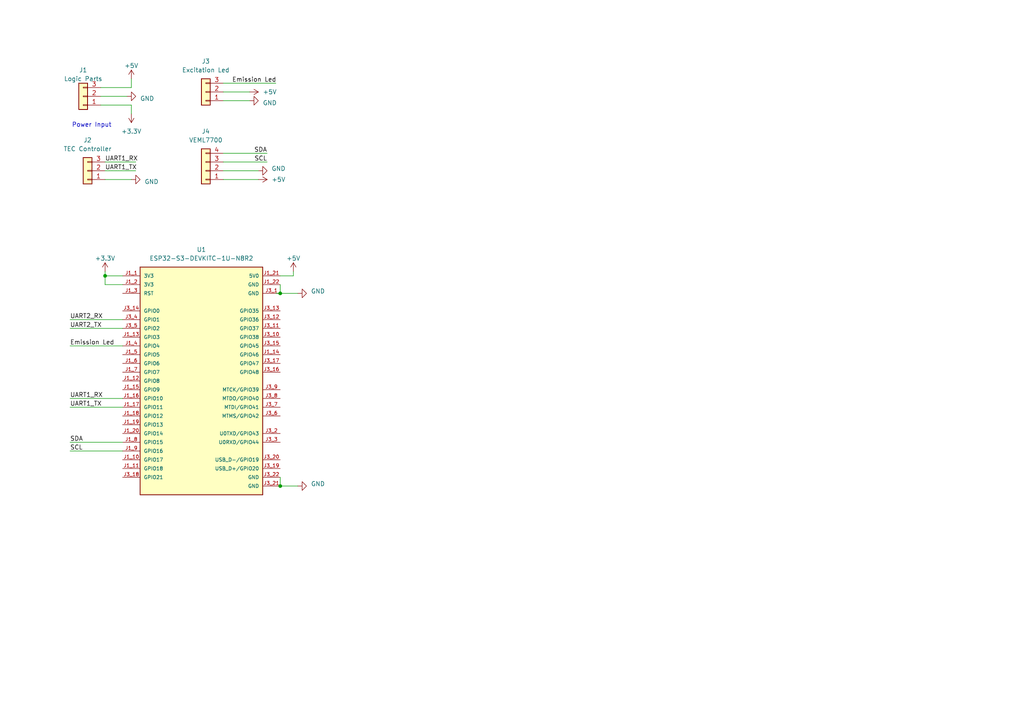
<source format=kicad_sch>
(kicad_sch (version 20231120) (generator "eeschema") (generator_version "8.0")
  (paper "A4")
  (lib_symbols
    (symbol "Connector_Generic:Conn_01x03" (pin_names (offset 1.016) hide)
      (property "Reference" "J" (at 0 5.08 0))
      (property "Value" "Conn_01x03" (at 0 -5.08 0))
      (symbol "Conn_01x03_1_1"
        (rectangle (start -1.27 -2.413) (end 0 -2.667) (stroke (width 0.1524)))
        (rectangle (start -1.27 0.127) (end 0 -0.127) (stroke (width 0.1524)))
        (rectangle (start -1.27 2.667) (end 0 2.413) (stroke (width 0.1524)))
        (rectangle (start -1.27 3.81) (end 1.27 -3.81) (stroke (width 0.254)) (fill (type background)))
        (pin passive line (at -5.08 2.54 0) (length 3.81) (name "Pin_1") (number "1"))
        (pin passive line (at -5.08 0 0) (length 3.81) (name "Pin_2") (number "2"))
        (pin passive line (at -5.08 -2.54 0) (length 3.81) (name "Pin_3") (number "3"))
      )
    )
    (symbol "Connector_Generic:Conn_01x04" (pin_names (offset 1.016) hide)
      (property "Reference" "J" (at 0 5.08 0))
      (property "Value" "Conn_01x04" (at 0 -7.62 0))
      (symbol "Conn_01x04_1_1"
        (rectangle (start -1.27 -4.953) (end 0 -5.207) (stroke (width 0.1524)))
        (rectangle (start -1.27 -2.413) (end 0 -2.667) (stroke (width 0.1524)))
        (rectangle (start -1.27 0.127) (end 0 -0.127) (stroke (width 0.1524)))
        (rectangle (start -1.27 2.667) (end 0 2.413) (stroke (width 0.1524)))
        (rectangle (start -1.27 3.81) (end 1.27 -6.35) (stroke (width 0.254)) (fill (type background)))
        (pin passive line (at -5.08 2.54 0) (length 3.81) (name "Pin_1") (number "1"))
        (pin passive line (at -5.08 0 0) (length 3.81) (name "Pin_2") (number "2"))
        (pin passive line (at -5.08 -2.54 0) (length 3.81) (name "Pin_3") (number "3"))
        (pin passive line (at -5.08 -5.08 0) (length 3.81) (name "Pin_4") (number "4"))
      )
    )
    (symbol "ESP32-S3-DEVKITC-1U-N8R2:ESP32-S3-DEVKITC-1U-N8R2" (pin_names (offset 1.016))
      (property "Reference" "U1" (at 0 38.1 0))
      (property "Value" "ESP32-S3-DEVKITC-1U-N8R2" (at 0 35.56 0))
      (symbol "ESP32-S3-DEVKITC-1U-N8R2_0_0"
        (rectangle (start -17.78 33.02) (end 17.78 -33.02) (stroke (width 0.254)) (fill (type background)))
        (pin power_in line (at -22.86 30.48 0) (length 5.08) (name "3V3") (number "J1_1"))
        (pin bidirectional line (at -22.86 -22.86 0) (length 5.08) (name "GPIO17") (number "J1_10"))
        (pin bidirectional line (at -22.86 -25.4 0) (length 5.08) (name "GPIO18") (number "J1_11"))
        (pin bidirectional line (at -22.86 0 0) (length 5.08) (name "GPIO8") (number "J1_12"))
        (pin bidirectional line (at -22.86 12.7 0) (length 5.08) (name "GPIO3") (number "J1_13"))
        (pin bidirectional line (at 22.86 7.62 180) (length 5.08) (name "GPIO46") (number "J1_14"))
        (pin bidirectional line (at -22.86 -2.54 0) (length 5.08) (name "GPIO9") (number "J1_15"))
        (pin bidirectional line (at -22.86 -5.08 0) (length 5.08) (name "GPIO10") (number "J1_16"))
        (pin bidirectional line (at -22.86 -7.62 0) (length 5.08) (name "GPIO11") (number "J1_17"))
        (pin bidirectional line (at -22.86 -10.16 0) (length 5.08) (name "GPIO12") (number "J1_18"))
        (pin bidirectional line (at -22.86 -12.7 0) (length 5.08) (name "GPIO13") (number "J1_19"))
        (pin power_in line (at -22.86 27.94 0) (length 5.08) (name "3V3") (number "J1_2"))
        (pin bidirectional line (at -22.86 -15.24 0) (length 5.08) (name "GPIO14") (number "J1_20"))
        (pin power_in line (at 22.86 30.48 180) (length 5.08) (name "5V0") (number "J1_21"))
        (pin power_in line (at 22.86 27.94 180) (length 5.08) (name "GND") (number "J1_22"))
        (pin input line (at -22.86 25.4 0) (length 5.08) (name "RST") (number "J1_3"))
        (pin bidirectional line (at -22.86 10.16 0) (length 5.08) (name "GPIO4") (number "J1_4"))
        (pin bidirectional line (at -22.86 7.62 0) (length 5.08) (name "GPIO5") (number "J1_5"))
        (pin bidirectional line (at -22.86 5.08 0) (length 5.08) (name "GPIO6") (number "J1_6"))
        (pin bidirectional line (at -22.86 2.54 0) (length 5.08) (name "GPIO7") (number "J1_7"))
        (pin bidirectional line (at -22.86 -17.78 0) (length 5.08) (name "GPIO15") (number "J1_8"))
        (pin bidirectional line (at -22.86 -20.32 0) (length 5.08) (name "GPIO16") (number "J1_9"))
        (pin power_in line (at 22.86 25.4 180) (length 5.08) (name "GND") (number "J3_1"))
        (pin bidirectional line (at 22.86 12.7 180) (length 5.08) (name "GPIO38") (number "J3_10"))
        (pin bidirectional line (at 22.86 15.24 180) (length 5.08) (name "GPIO37") (number "J3_11"))
        (pin bidirectional line (at 22.86 17.78 180) (length 5.08) (name "GPIO36") (number "J3_12"))
        (pin bidirectional line (at 22.86 20.32 180) (length 5.08) (name "GPIO35") (number "J3_13"))
        (pin bidirectional line (at -22.86 20.32 0) (length 5.08) (name "GPIO0") (number "J3_14"))
        (pin bidirectional line (at 22.86 10.16 180) (length 5.08) (name "GPIO45") (number "J3_15"))
        (pin bidirectional line (at 22.86 2.54 180) (length 5.08) (name "GPIO48") (number "J3_16"))
        (pin bidirectional line (at 22.86 5.08 180) (length 5.08) (name "GPIO47") (number "J3_17"))
        (pin bidirectional line (at -22.86 -27.94 0) (length 5.08) (name "GPIO21") (number "J3_18"))
        (pin bidirectional line (at 22.86 -25.4 180) (length 5.08) (name "USB_D+/GPIO20") (number "J3_19"))
        (pin bidirectional line (at 22.86 -15.24 180) (length 5.08) (name "U0TXD/GPIO43") (number "J3_2"))
        (pin bidirectional line (at 22.86 -22.86 180) (length 5.08) (name "USB_D-/GPIO19") (number "J3_20"))
        (pin power_in line (at 22.86 -30.48 180) (length 5.08) (name "GND") (number "J3_21"))
        (pin power_in line (at 22.86 -27.94 180) (length 5.08) (name "GND") (number "J3_22"))
        (pin bidirectional line (at 22.86 -17.78 180) (length 5.08) (name "U0RXD/GPIO44") (number "J3_3"))
        (pin bidirectional line (at -22.86 17.78 0) (length 5.08) (name "GPIO1") (number "J3_4"))
        (pin bidirectional line (at -22.86 15.24 0) (length 5.08) (name "GPIO2") (number "J3_5"))
        (pin bidirectional line (at 22.86 -10.16 180) (length 5.08) (name "MTMS/GPIO42") (number "J3_6"))
        (pin bidirectional line (at 22.86 -7.62 180) (length 5.08) (name "MTDI/GPIO41") (number "J3_7"))
        (pin bidirectional line (at 22.86 -5.08 180) (length 5.08) (name "MTDO/GPIO40") (number "J3_8"))
        (pin bidirectional line (at 22.86 -2.54 180) (length 5.08) (name "MTCK/GPIO39") (number "J3_9"))
      )
    )
    (symbol "power:+3.3V" (power) (pin_numbers hide) (pin_names (offset 0) hide)
      (property "Value" "+3.3V" (at 0 3.556 0))
      (symbol "+3.3V_0_1"
        (polyline (pts (xy -0.762 1.27) (xy 0 2.54)))
        (polyline (pts (xy 0 0) (xy 0 2.54)))
        (polyline (pts (xy 0 2.54) (xy 0.762 1.27)))
      )
      (symbol "+3.3V_1_1"
        (pin power_in line (at 0 0 90) (length 0) hide (name "+3.3V") (number "1"))
      )
    )
    (symbol "power:+5V" (power) (pin_numbers hide) (pin_names (offset 0) hide)
      (property "Value" "+5V" (at 0 3.556 0))
      (symbol "+5V_0_1"
        (polyline (pts (xy -0.762 1.27) (xy 0 2.54)))
        (polyline (pts (xy 0 0) (xy 0 2.54)))
        (polyline (pts (xy 0 2.54) (xy 0.762 1.27)))
      )
      (symbol "+5V_1_1"
        (pin power_in line (at 0 0 90) (length 0) hide (name "+5V") (number "1"))
      )
    )
    (symbol "power:GND" (power) (pin_numbers hide) (pin_names (offset 0) hide)
      (property "Value" "GND" (at 0 -3.81 0))
      (symbol "GND_0_1"
        (polyline (pts (xy 0 0) (xy 0 -1.27) (xy 1.27 -1.27) (xy 0 -2.54) (xy -1.27 -1.27) (xy 0 -1.27)))
      )
      (symbol "GND_1_1"
        (pin power_in line (at 0 0 270) (length 0) hide (name "GND") (number "1"))
      )
    )
  )
  (junction (at 81.28 140.97))
  (junction (at 81.28 85.09))
  (junction (at 30.48 80.01))
  (wire (pts (xy 36.83 27.94) (xy 29.21 27.94)))
  (wire (pts (xy 74.93 52.07) (xy 64.77 52.07)))
  (wire (pts (xy 38.1 30.48) (xy 38.1 33.02)))
  (wire (pts (xy 81.28 82.55) (xy 81.28 85.09)))
  (wire (pts (xy 74.93 49.53) (xy 64.77 49.53)))
  (wire (pts (xy 35.56 80.01) (xy 30.48 80.01)))
  (wire (pts (xy 20.32 92.71) (xy 35.56 92.71)))
  (wire (pts (xy 77.47 46.99) (xy 64.77 46.99)))
  (wire (pts (xy 64.77 26.67) (xy 72.39 26.67)))
  (wire (pts (xy 85.09 80.01) (xy 85.09 78.74)))
  (wire (pts (xy 20.32 130.81) (xy 35.56 130.81)))
  (wire (pts (xy 38.1 52.07) (xy 30.48 52.07)))
  (wire (pts (xy 72.39 29.21) (xy 64.77 29.21)))
  (wire (pts (xy 35.56 82.55) (xy 30.48 82.55)))
  (wire (pts (xy 39.37 46.99) (xy 30.48 46.99)))
  (wire (pts (xy 20.32 128.27) (xy 35.56 128.27)))
  (wire (pts (xy 80.01 85.09) (xy 81.28 85.09)))
  (wire (pts (xy 20.32 115.57) (xy 35.56 115.57)))
  (wire (pts (xy 81.28 85.09) (xy 86.36 85.09)))
  (wire (pts (xy 20.32 100.33) (xy 35.56 100.33)))
  (wire (pts (xy 38.1 30.48) (xy 29.21 30.48)))
  (wire (pts (xy 38.1 25.4) (xy 29.21 25.4)))
  (wire (pts (xy 39.37 49.53) (xy 30.48 49.53)))
  (wire (pts (xy 30.48 82.55) (xy 30.48 80.01)))
  (wire (pts (xy 20.32 95.25) (xy 35.56 95.25)))
  (wire (pts (xy 81.28 140.97) (xy 86.36 140.97)))
  (wire (pts (xy 64.77 24.13) (xy 80.01 24.13)))
  (wire (pts (xy 20.32 118.11) (xy 35.56 118.11)))
  (wire (pts (xy 81.28 138.43) (xy 81.28 140.97)))
  (wire (pts (xy 38.1 25.4) (xy 38.1 22.86)))
  (wire (pts (xy 30.48 80.01) (xy 30.48 78.74)))
  (wire (pts (xy 77.47 44.45) (xy 64.77 44.45)))
  (wire (pts (xy 81.28 80.01) (xy 85.09 80.01)))
  (text "Power Input" (at 20.828 37.084 0) (effects (font (size 1.27 1.27)) (justify left bottom)))
  (label "UART1_TX" (at 30.48 49.53 0))
  (label "Emission Led" (at 20.32 100.33 0))
  (label "SCL" (at 20.32 130.81 0))
  (label "UART1_RX" (at 20.32 115.57 0))
  (label "SDA" (at 77.47 44.45 180))
  (label "Emission Led" (at 67.31 24.13 0))
  (label "UART1_RX" (at 30.48 46.99 0))
  (label "UART2_TX" (at 20.32 95.25 0))
  (label "SCL" (at 77.47 46.99 180))
  (label "UART1_TX" (at 20.32 118.11 0))
  (label "SDA" (at 20.32 128.27 0))
  (label "UART2_RX" (at 20.32 92.71 0))
  (symbol (lib_id "Connector_Generic:Conn_01x03") (at 59.69 26.67 180) (unit 1)
    (property "Reference" "J3" (at 59.69 17.78 0))
    (property "Value" "Excitation Led" (at 59.69 20.32 0))
    (property "Footprint" "Connector_Molex:Molex_KK-254_AE-6410-03A_1x03_P2.54mm_Vertical" (effects (hide yes)))
  )
  (symbol (lib_id "power:+3.3V") (at 38.1 33.02 180) (unit 1)
    (property "Reference" "#PWR09" (effects (hide yes)))
    (property "Value" "+3.3V" (at 38.1 38.1 0))
  )
  (symbol (lib_id "power:GND") (at 86.36 140.97 90) (unit 1)
    (property "Reference" "#PWR06" (effects (hide yes)))
    (property "Value" "GND" (at 90.17 140.335 90) (effects (justify right)))
  )
  (symbol (lib_id "ESP32-S3-DEVKITC-1U-N8R2:ESP32-S3-DEVKITC-1U-N8R2") (at 58.42 110.49 0) (unit 1)
    (property "Reference" "U1" (at 58.42 72.39 0))
    (property "Value" "ESP32-S3-DEVKITC-1U-N8R2" (at 58.42 74.93 0))
    (property "Footprint" "ESP32-S3-DEVKITC-1U-N8R2:XCVR_ESP32-S3-DEVKITC-1U-N8R2" (effects (hide yes)))
    (property "MF" "Espressif Systems" (effects (hide yes)))
    (property "MAXIMUM_PACKAGE_HEIGHT" "10.69mm" (effects (hide yes)))
    (property "Package" "None" (effects (hide yes)))
    (property "Price" "None" (effects (hide yes)))
    (property "Check_prices" "https://www.snapeda.com/parts/ESP32-S3-DEVKITC-1U-N8R2/Espressif+Systems/view-part/?ref=eda" (effects (hide yes)))
    (property "STANDARD" "Manufacturer Recommendations" (effects (hide yes)))
    (property "PARTREV" "5.3" (effects (hide yes)))
    (property "SnapEDA_Link" "https://www.snapeda.com/parts/ESP32-S3-DEVKITC-1U-N8R2/Espressif+Systems/view-part/?ref=snap" (effects (hide yes)))
    (property "MP" "ESP32-S3-DEVKITC-1U-N8R2" (effects (hide yes)))
    (property "Description_1" "\nWiFi Development Tools - 802.11 ESP32-S3 Gen-Purpose Dev Bd, embeds ESP32-S3-WROOM-1U-N8R2, 8 MB Quad Flash, 2 MB Quad PSRAM, IPEX antenna connector, w/ Pin Header\n" (effects (hide yes)))
    (property "Availability" "In Stock" (effects (hide yes)))
    (property "MANUFACTURER" "Espressif" (effects (hide yes)))
  )
  (symbol (lib_id "power:+5V") (at 38.1 22.86 0) (unit 1)
    (property "Reference" "#PWR08" (effects (hide yes)))
    (property "Value" "+5V" (at 38.1 19.05 0))
  )
  (symbol (lib_id "power:+5V") (at 85.09 78.74 0) (unit 1)
    (property "Reference" "#PWR01" (effects (hide yes)))
    (property "Value" "+5V" (at 85.09 74.93 0))
  )
  (symbol (lib_id "power:+3.3V") (at 30.48 78.74 0) (unit 1)
    (property "Reference" "#PWR02" (effects (hide yes)))
    (property "Value" "+3.3V" (at 30.48 74.93 0))
  )
  (symbol (lib_id "power:GND") (at 72.39 29.21 90) (unit 1)
    (property "Reference" "#PWR011" (effects (hide yes)))
    (property "Value" "GND" (at 76.2 29.845 90) (effects (justify right)))
  )
  (symbol (lib_id "power:GND") (at 38.1 52.07 90) (unit 1)
    (property "Reference" "#PWR010" (effects (hide yes)))
    (property "Value" "GND" (at 41.91 52.705 90) (effects (justify right)))
  )
  (symbol (lib_id "power:+5V") (at 74.93 52.07 270) (unit 1)
    (property "Reference" "#PWR013" (effects (hide yes)))
    (property "Value" "+5V" (at 78.74 52.0699 90) (effects (justify left)))
  )
  (symbol (lib_id "Connector_Generic:Conn_01x04") (at 59.69 49.53 180) (unit 1)
    (property "Reference" "J4" (at 59.69 38.1 0))
    (property "Value" "VEML7700" (at 59.69 40.64 0))
    (property "Footprint" "Connector_Molex:Molex_KK-254_AE-6410-04A_1x04_P2.54mm_Vertical" (effects (hide yes)))
    (property "Description" "Generic connector, single row, 01x04, script generated (kicad-library-utils/schlib/autogen/connector/)" (effects (hide yes)))
  )
  (symbol (lib_id "Connector_Generic:Conn_01x03") (at 24.13 27.94 180) (unit 1)
    (property "Reference" "J1" (at 24.13 20.32 0))
    (property "Value" "Logic Parts" (at 24.13 22.86 0))
    (property "Footprint" "Connector_Molex:Molex_KK-254_AE-6410-03A_1x03_P2.54mm_Vertical" (effects (hide yes)))
  )
  (symbol (lib_id "power:GND") (at 36.83 27.94 90) (unit 1)
    (property "Reference" "#PWR07" (effects (hide yes)))
    (property "Value" "GND" (at 40.64 28.575 90) (effects (justify right)))
  )
  (symbol (lib_id "power:+5V") (at 72.39 26.67 270) (unit 1)
    (property "Reference" "#PWR012" (effects (hide yes)))
    (property "Value" "+5V" (at 76.2 26.6699 90) (effects (justify left)))
  )
  (symbol (lib_id "power:GND") (at 86.36 85.09 90) (unit 1)
    (property "Reference" "#PWR05" (effects (hide yes)))
    (property "Value" "GND" (at 90.17 84.455 90) (effects (justify right)))
  )
  (symbol (lib_id "Connector_Generic:Conn_01x03") (at 25.4 49.53 180) (unit 1)
    (property "Reference" "J2" (at 25.4 40.64 0))
    (property "Value" "TEC Controller" (at 25.4 43.18 0))
    (property "Footprint" "Connector_Molex:Molex_KK-254_AE-6410-03A_1x03_P2.54mm_Vertical" (effects (hide yes)))
  )
  (symbol (lib_id "power:GND") (at 74.93 49.53 90) (unit 1)
    (property "Reference" "#PWR014" (effects (hide yes)))
    (property "Value" "GND" (at 78.74 48.895 90) (effects (justify right)))
  )
)
</source>
